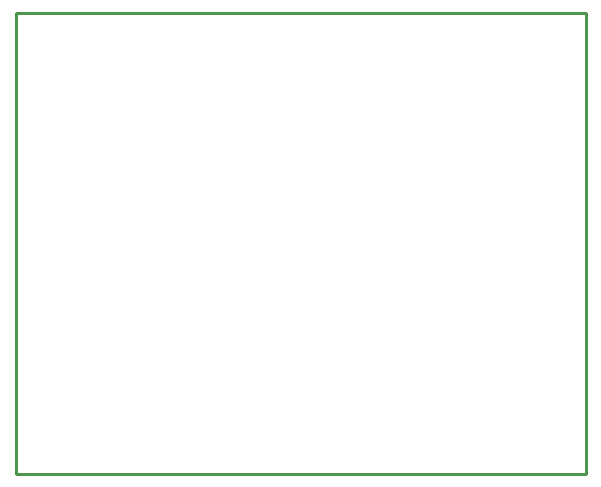
<source format=gbr>
G04 EAGLE Gerber RS-274X export*
G75*
%MOMM*%
%FSLAX34Y34*%
%LPD*%
%IN*%
%IPPOS*%
%AMOC8*
5,1,8,0,0,1.08239X$1,22.5*%
G01*
%ADD10C,0.254000*%


D10*
X0Y0D02*
X482400Y0D01*
X482400Y390400D01*
X0Y390400D01*
X0Y0D01*
M02*

</source>
